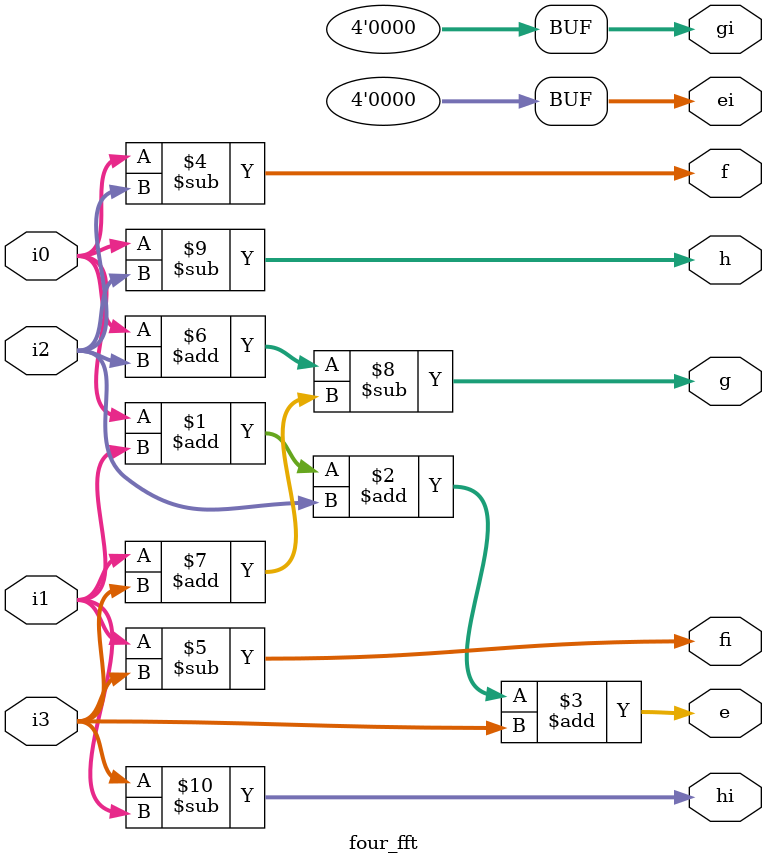
<source format=v>
`timescale 1ns / 1ps
module four_fft(i0,i1,i2,i3,e,ei,f,fi,g,gi,h,hi);

input signed [1:0]i0;
input signed [1:0]i1;
input signed [1:0]i2;
input signed [1:0]i3;
output signed [3:0]e;
output signed [3:0]ei;
output signed [3:0]f;
output signed [3:0]fi;
output signed [3:0]g;
output signed [3:0]gi;
output signed [3:0]h;
output signed [3:0]hi;

assign e=i0+i1+i2+i3;
assign ei=4'b0;

assign f=i0-i2;
assign fi=i1-i3;

assign g=i0+i2-(i1+i3);
assign gi=4'b0;

assign h=i0-i2;
assign hi=i3-i1;

endmodule

</source>
